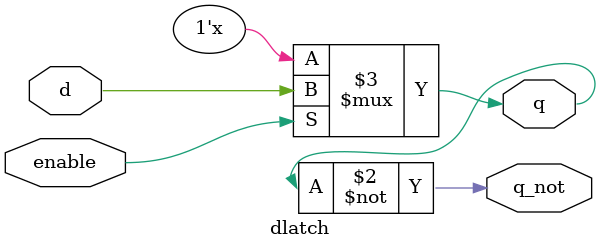
<source format=v>
module dlatch(d,enable,q,q_not);

input d, enable;
output reg q;
output q_not;

always @(d or enable) begin              
        if (enable) begin
            q <= d;
        end
end

assign q_not = ~q;
    
endmodule
</source>
